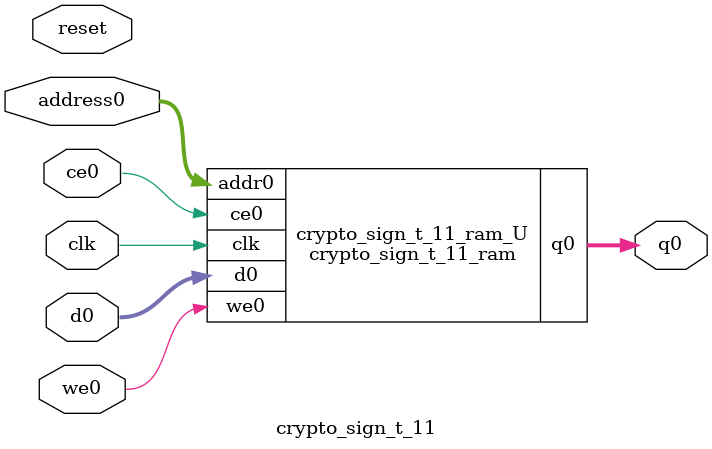
<source format=v>

`timescale 1 ns / 1 ps
module crypto_sign_t_11_ram (addr0, ce0, d0, we0, q0,  clk);

parameter DWIDTH = 32;
parameter AWIDTH = 6;
parameter MEM_SIZE = 64;

input[AWIDTH-1:0] addr0;
input ce0;
input[DWIDTH-1:0] d0;
input we0;
output reg[DWIDTH-1:0] q0;
input clk;

(* ram_style = "block" *)reg [DWIDTH-1:0] ram[0:MEM_SIZE-1];




always @(posedge clk)  
begin 
    if (ce0) 
    begin
        if (we0) 
        begin 
            ram[addr0] <= d0; 
            q0 <= d0;
        end 
        else 
            q0 <= ram[addr0];
    end
end


endmodule


`timescale 1 ns / 1 ps
module crypto_sign_t_11(
    reset,
    clk,
    address0,
    ce0,
    we0,
    d0,
    q0);

parameter DataWidth = 32'd32;
parameter AddressRange = 32'd64;
parameter AddressWidth = 32'd6;
input reset;
input clk;
input[AddressWidth - 1:0] address0;
input ce0;
input we0;
input[DataWidth - 1:0] d0;
output[DataWidth - 1:0] q0;



crypto_sign_t_11_ram crypto_sign_t_11_ram_U(
    .clk( clk ),
    .addr0( address0 ),
    .ce0( ce0 ),
    .d0( d0 ),
    .we0( we0 ),
    .q0( q0 ));

endmodule


</source>
